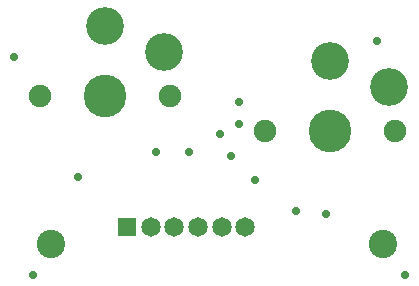
<source format=gts>
G04 EAGLE Gerber RS-274X export*
G75*
%MOMM*%
%FSLAX34Y34*%
%LPD*%
%INSoldermask Top*%
%IPPOS*%
%AMOC8*
5,1,8,0,0,1.08239X$1,22.5*%
G01*
G04 Define Apertures*
%ADD10C,2.403200*%
%ADD11C,3.603200*%
%ADD12C,1.903200*%
%ADD13C,3.203200*%
%ADD14R,1.643200X1.643200*%
%ADD15C,1.643200*%
%ADD16C,0.705600*%
D10*
X-140500Y-125250D03*
X140500Y-125250D03*
D11*
X-95250Y0D03*
D12*
X-150250Y0D03*
X-40250Y0D03*
D13*
X-45250Y37000D03*
X-95250Y59000D03*
D11*
X95250Y-30000D03*
D12*
X40250Y-30000D03*
X150250Y-30000D03*
D13*
X145250Y7000D03*
X95250Y29000D03*
D14*
X-76200Y-110900D03*
D15*
X-56200Y-110900D03*
X-36200Y-110900D03*
X-16200Y-110900D03*
X3800Y-110900D03*
X23800Y-110900D03*
D16*
X18800Y-5400D03*
X2100Y-32900D03*
X92400Y-100500D03*
X11900Y-51000D03*
X-52100Y-47400D03*
X-23900Y-47400D03*
X-117800Y-69200D03*
X67100Y-97700D03*
X32400Y-71400D03*
X158800Y-151900D03*
X-155500Y-151900D03*
X-171800Y32500D03*
X135100Y46000D03*
X19000Y-24200D03*
M02*

</source>
